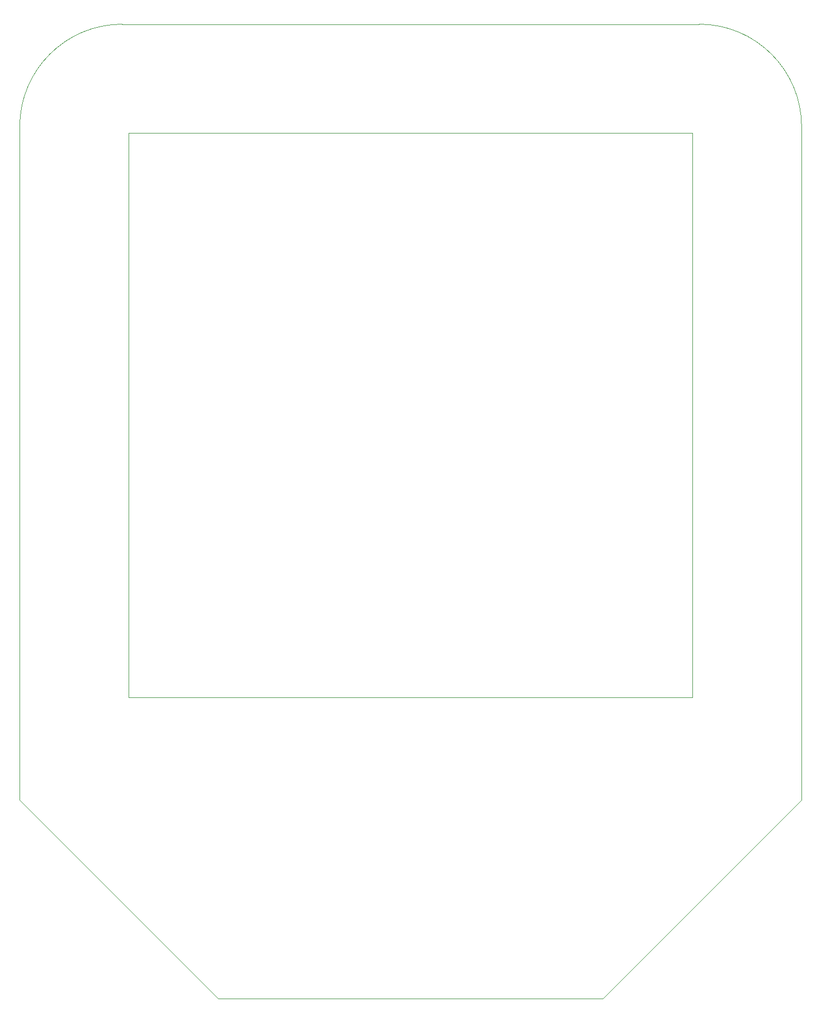
<source format=gbr>
%TF.GenerationSoftware,KiCad,Pcbnew,5.1.10-88a1d61d58~88~ubuntu18.04.1*%
%TF.CreationDate,2021-10-19T13:41:10-04:00*%
%TF.ProjectId,MFDkeyboard2withMountHoles3USEthisONE,4d46446b-6579-4626-9f61-726432776974,rev?*%
%TF.SameCoordinates,Original*%
%TF.FileFunction,Profile,NP*%
%FSLAX46Y46*%
G04 Gerber Fmt 4.6, Leading zero omitted, Abs format (unit mm)*
G04 Created by KiCad (PCBNEW 5.1.10-88a1d61d58~88~ubuntu18.04.1) date 2021-10-19 13:41:10*
%MOMM*%
%LPD*%
G01*
G04 APERTURE LIST*
%TA.AperFunction,Profile*%
%ADD10C,0.050000*%
%TD*%
G04 APERTURE END LIST*
D10*
X33000000Y-45000000D02*
G75*
G02*
X49000000Y-29000000I16000000J0D01*
G01*
X139000000Y-29000000D02*
G75*
G02*
X155000000Y-45000000I0J-16000000D01*
G01*
X50000000Y-134000000D02*
X50000000Y-46000000D01*
X138000000Y-134000000D02*
X50000000Y-134000000D01*
X138000000Y-46000000D02*
X138000000Y-134000000D01*
X50000000Y-46000000D02*
X138000000Y-46000000D01*
X33000000Y-150000000D02*
X33000000Y-45000000D01*
X64000000Y-181000000D02*
X33000000Y-150000000D01*
X94000000Y-181000000D02*
X64000000Y-181000000D01*
X139000000Y-29000000D02*
X49000000Y-29000000D01*
X155000000Y-150000000D02*
X155000000Y-45000000D01*
X124000000Y-181000000D02*
X155000000Y-150000000D01*
X94000000Y-181000000D02*
X124000000Y-181000000D01*
M02*

</source>
